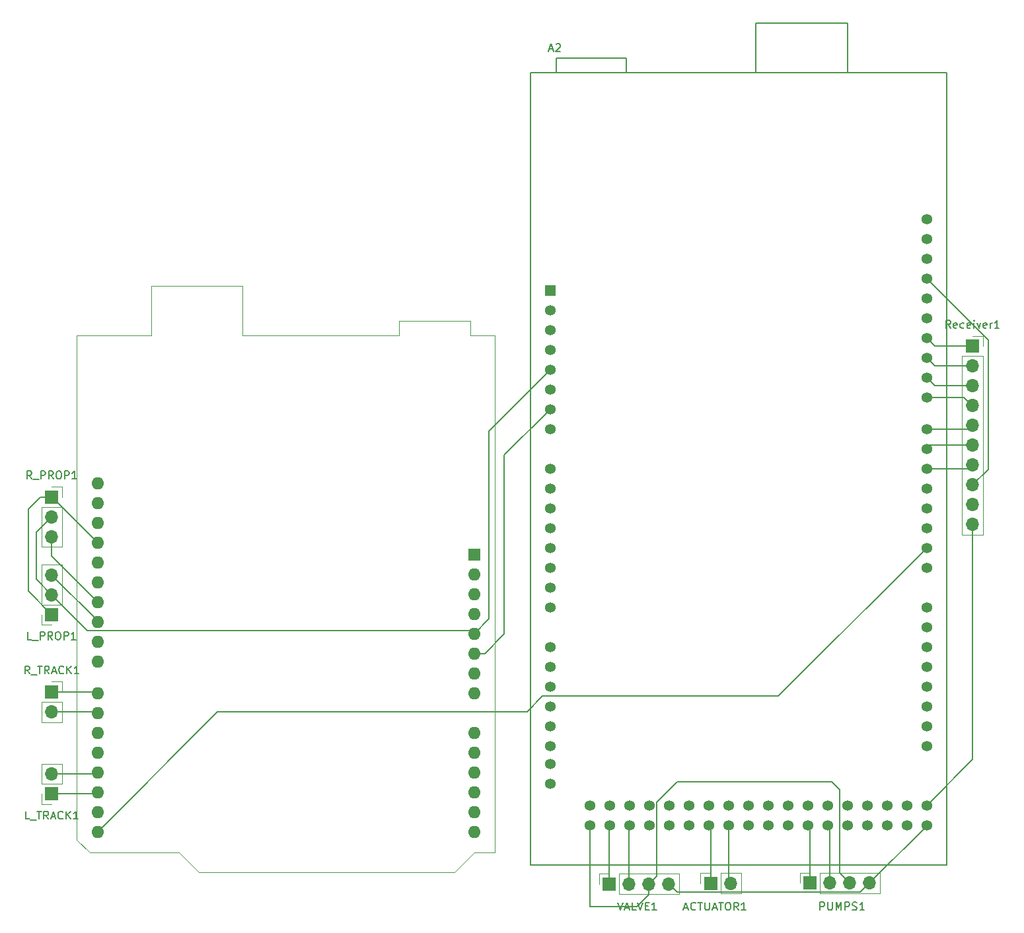
<source format=gbr>
%TF.GenerationSoftware,KiCad,Pcbnew,8.0.3*%
%TF.CreationDate,2024-07-17T21:27:29+08:00*%
%TF.ProjectId,prp_circuit_board,7072705f-6369-4726-9375-69745f626f61,rev?*%
%TF.SameCoordinates,Original*%
%TF.FileFunction,Legend,Top*%
%TF.FilePolarity,Positive*%
%FSLAX46Y46*%
G04 Gerber Fmt 4.6, Leading zero omitted, Abs format (unit mm)*
G04 Created by KiCad (PCBNEW 8.0.3) date 2024-07-17 21:27:29*
%MOMM*%
%LPD*%
G01*
G04 APERTURE LIST*
%ADD10C,0.150000*%
%ADD11C,0.120000*%
%ADD12C,0.127000*%
%TA.AperFunction,ComponentPad*%
%ADD13R,1.700000X1.700000*%
%TD*%
%TA.AperFunction,ComponentPad*%
%ADD14O,1.700000X1.700000*%
%TD*%
%TA.AperFunction,ComponentPad*%
%ADD15C,1.358000*%
%TD*%
%TA.AperFunction,ComponentPad*%
%ADD16R,1.358000X1.358000*%
%TD*%
%TA.AperFunction,ComponentPad*%
%ADD17R,1.600000X1.600000*%
%TD*%
%TA.AperFunction,ComponentPad*%
%ADD18O,1.600000X1.600000*%
%TD*%
%TA.AperFunction,Conductor*%
%ADD19C,0.200000*%
%TD*%
G04 APERTURE END LIST*
D10*
X106556190Y-145454819D02*
X106889523Y-146454819D01*
X106889523Y-146454819D02*
X107222856Y-145454819D01*
X107508571Y-146169104D02*
X107984761Y-146169104D01*
X107413333Y-146454819D02*
X107746666Y-145454819D01*
X107746666Y-145454819D02*
X108079999Y-146454819D01*
X108889523Y-146454819D02*
X108413333Y-146454819D01*
X108413333Y-146454819D02*
X108413333Y-145454819D01*
X109080000Y-145454819D02*
X109413333Y-146454819D01*
X109413333Y-146454819D02*
X109746666Y-145454819D01*
X110080000Y-145931009D02*
X110413333Y-145931009D01*
X110556190Y-146454819D02*
X110080000Y-146454819D01*
X110080000Y-146454819D02*
X110080000Y-145454819D01*
X110080000Y-145454819D02*
X110556190Y-145454819D01*
X111508571Y-146454819D02*
X110937143Y-146454819D01*
X111222857Y-146454819D02*
X111222857Y-145454819D01*
X111222857Y-145454819D02*
X111127619Y-145597676D01*
X111127619Y-145597676D02*
X111032381Y-145692914D01*
X111032381Y-145692914D02*
X110937143Y-145740533D01*
X149190475Y-71824819D02*
X148857142Y-71348628D01*
X148619047Y-71824819D02*
X148619047Y-70824819D01*
X148619047Y-70824819D02*
X148999999Y-70824819D01*
X148999999Y-70824819D02*
X149095237Y-70872438D01*
X149095237Y-70872438D02*
X149142856Y-70920057D01*
X149142856Y-70920057D02*
X149190475Y-71015295D01*
X149190475Y-71015295D02*
X149190475Y-71158152D01*
X149190475Y-71158152D02*
X149142856Y-71253390D01*
X149142856Y-71253390D02*
X149095237Y-71301009D01*
X149095237Y-71301009D02*
X148999999Y-71348628D01*
X148999999Y-71348628D02*
X148619047Y-71348628D01*
X149999999Y-71777200D02*
X149904761Y-71824819D01*
X149904761Y-71824819D02*
X149714285Y-71824819D01*
X149714285Y-71824819D02*
X149619047Y-71777200D01*
X149619047Y-71777200D02*
X149571428Y-71681961D01*
X149571428Y-71681961D02*
X149571428Y-71301009D01*
X149571428Y-71301009D02*
X149619047Y-71205771D01*
X149619047Y-71205771D02*
X149714285Y-71158152D01*
X149714285Y-71158152D02*
X149904761Y-71158152D01*
X149904761Y-71158152D02*
X149999999Y-71205771D01*
X149999999Y-71205771D02*
X150047618Y-71301009D01*
X150047618Y-71301009D02*
X150047618Y-71396247D01*
X150047618Y-71396247D02*
X149571428Y-71491485D01*
X150904761Y-71777200D02*
X150809523Y-71824819D01*
X150809523Y-71824819D02*
X150619047Y-71824819D01*
X150619047Y-71824819D02*
X150523809Y-71777200D01*
X150523809Y-71777200D02*
X150476190Y-71729580D01*
X150476190Y-71729580D02*
X150428571Y-71634342D01*
X150428571Y-71634342D02*
X150428571Y-71348628D01*
X150428571Y-71348628D02*
X150476190Y-71253390D01*
X150476190Y-71253390D02*
X150523809Y-71205771D01*
X150523809Y-71205771D02*
X150619047Y-71158152D01*
X150619047Y-71158152D02*
X150809523Y-71158152D01*
X150809523Y-71158152D02*
X150904761Y-71205771D01*
X151714285Y-71777200D02*
X151619047Y-71824819D01*
X151619047Y-71824819D02*
X151428571Y-71824819D01*
X151428571Y-71824819D02*
X151333333Y-71777200D01*
X151333333Y-71777200D02*
X151285714Y-71681961D01*
X151285714Y-71681961D02*
X151285714Y-71301009D01*
X151285714Y-71301009D02*
X151333333Y-71205771D01*
X151333333Y-71205771D02*
X151428571Y-71158152D01*
X151428571Y-71158152D02*
X151619047Y-71158152D01*
X151619047Y-71158152D02*
X151714285Y-71205771D01*
X151714285Y-71205771D02*
X151761904Y-71301009D01*
X151761904Y-71301009D02*
X151761904Y-71396247D01*
X151761904Y-71396247D02*
X151285714Y-71491485D01*
X152190476Y-71824819D02*
X152190476Y-71158152D01*
X152190476Y-70824819D02*
X152142857Y-70872438D01*
X152142857Y-70872438D02*
X152190476Y-70920057D01*
X152190476Y-70920057D02*
X152238095Y-70872438D01*
X152238095Y-70872438D02*
X152190476Y-70824819D01*
X152190476Y-70824819D02*
X152190476Y-70920057D01*
X152571428Y-71158152D02*
X152809523Y-71824819D01*
X152809523Y-71824819D02*
X153047618Y-71158152D01*
X153809523Y-71777200D02*
X153714285Y-71824819D01*
X153714285Y-71824819D02*
X153523809Y-71824819D01*
X153523809Y-71824819D02*
X153428571Y-71777200D01*
X153428571Y-71777200D02*
X153380952Y-71681961D01*
X153380952Y-71681961D02*
X153380952Y-71301009D01*
X153380952Y-71301009D02*
X153428571Y-71205771D01*
X153428571Y-71205771D02*
X153523809Y-71158152D01*
X153523809Y-71158152D02*
X153714285Y-71158152D01*
X153714285Y-71158152D02*
X153809523Y-71205771D01*
X153809523Y-71205771D02*
X153857142Y-71301009D01*
X153857142Y-71301009D02*
X153857142Y-71396247D01*
X153857142Y-71396247D02*
X153380952Y-71491485D01*
X154285714Y-71824819D02*
X154285714Y-71158152D01*
X154285714Y-71348628D02*
X154333333Y-71253390D01*
X154333333Y-71253390D02*
X154380952Y-71205771D01*
X154380952Y-71205771D02*
X154476190Y-71158152D01*
X154476190Y-71158152D02*
X154571428Y-71158152D01*
X155428571Y-71824819D02*
X154857143Y-71824819D01*
X155142857Y-71824819D02*
X155142857Y-70824819D01*
X155142857Y-70824819D02*
X155047619Y-70967676D01*
X155047619Y-70967676D02*
X154952381Y-71062914D01*
X154952381Y-71062914D02*
X154857143Y-71110533D01*
X31428571Y-111764819D02*
X30952381Y-111764819D01*
X30952381Y-111764819D02*
X30952381Y-110764819D01*
X31523810Y-111860057D02*
X32285714Y-111860057D01*
X32523810Y-111764819D02*
X32523810Y-110764819D01*
X32523810Y-110764819D02*
X32904762Y-110764819D01*
X32904762Y-110764819D02*
X33000000Y-110812438D01*
X33000000Y-110812438D02*
X33047619Y-110860057D01*
X33047619Y-110860057D02*
X33095238Y-110955295D01*
X33095238Y-110955295D02*
X33095238Y-111098152D01*
X33095238Y-111098152D02*
X33047619Y-111193390D01*
X33047619Y-111193390D02*
X33000000Y-111241009D01*
X33000000Y-111241009D02*
X32904762Y-111288628D01*
X32904762Y-111288628D02*
X32523810Y-111288628D01*
X34095238Y-111764819D02*
X33761905Y-111288628D01*
X33523810Y-111764819D02*
X33523810Y-110764819D01*
X33523810Y-110764819D02*
X33904762Y-110764819D01*
X33904762Y-110764819D02*
X34000000Y-110812438D01*
X34000000Y-110812438D02*
X34047619Y-110860057D01*
X34047619Y-110860057D02*
X34095238Y-110955295D01*
X34095238Y-110955295D02*
X34095238Y-111098152D01*
X34095238Y-111098152D02*
X34047619Y-111193390D01*
X34047619Y-111193390D02*
X34000000Y-111241009D01*
X34000000Y-111241009D02*
X33904762Y-111288628D01*
X33904762Y-111288628D02*
X33523810Y-111288628D01*
X34714286Y-110764819D02*
X34904762Y-110764819D01*
X34904762Y-110764819D02*
X35000000Y-110812438D01*
X35000000Y-110812438D02*
X35095238Y-110907676D01*
X35095238Y-110907676D02*
X35142857Y-111098152D01*
X35142857Y-111098152D02*
X35142857Y-111431485D01*
X35142857Y-111431485D02*
X35095238Y-111621961D01*
X35095238Y-111621961D02*
X35000000Y-111717200D01*
X35000000Y-111717200D02*
X34904762Y-111764819D01*
X34904762Y-111764819D02*
X34714286Y-111764819D01*
X34714286Y-111764819D02*
X34619048Y-111717200D01*
X34619048Y-111717200D02*
X34523810Y-111621961D01*
X34523810Y-111621961D02*
X34476191Y-111431485D01*
X34476191Y-111431485D02*
X34476191Y-111098152D01*
X34476191Y-111098152D02*
X34523810Y-110907676D01*
X34523810Y-110907676D02*
X34619048Y-110812438D01*
X34619048Y-110812438D02*
X34714286Y-110764819D01*
X35571429Y-111764819D02*
X35571429Y-110764819D01*
X35571429Y-110764819D02*
X35952381Y-110764819D01*
X35952381Y-110764819D02*
X36047619Y-110812438D01*
X36047619Y-110812438D02*
X36095238Y-110860057D01*
X36095238Y-110860057D02*
X36142857Y-110955295D01*
X36142857Y-110955295D02*
X36142857Y-111098152D01*
X36142857Y-111098152D02*
X36095238Y-111193390D01*
X36095238Y-111193390D02*
X36047619Y-111241009D01*
X36047619Y-111241009D02*
X35952381Y-111288628D01*
X35952381Y-111288628D02*
X35571429Y-111288628D01*
X37095238Y-111764819D02*
X36523810Y-111764819D01*
X36809524Y-111764819D02*
X36809524Y-110764819D01*
X36809524Y-110764819D02*
X36714286Y-110907676D01*
X36714286Y-110907676D02*
X36619048Y-111002914D01*
X36619048Y-111002914D02*
X36523810Y-111050533D01*
X97760714Y-36044104D02*
X98236904Y-36044104D01*
X97665476Y-36329819D02*
X97998809Y-35329819D01*
X97998809Y-35329819D02*
X98332142Y-36329819D01*
X98617857Y-35425057D02*
X98665476Y-35377438D01*
X98665476Y-35377438D02*
X98760714Y-35329819D01*
X98760714Y-35329819D02*
X98998809Y-35329819D01*
X98998809Y-35329819D02*
X99094047Y-35377438D01*
X99094047Y-35377438D02*
X99141666Y-35425057D01*
X99141666Y-35425057D02*
X99189285Y-35520295D01*
X99189285Y-35520295D02*
X99189285Y-35615533D01*
X99189285Y-35615533D02*
X99141666Y-35758390D01*
X99141666Y-35758390D02*
X98570238Y-36329819D01*
X98570238Y-36329819D02*
X99189285Y-36329819D01*
X31428571Y-91144819D02*
X31095238Y-90668628D01*
X30857143Y-91144819D02*
X30857143Y-90144819D01*
X30857143Y-90144819D02*
X31238095Y-90144819D01*
X31238095Y-90144819D02*
X31333333Y-90192438D01*
X31333333Y-90192438D02*
X31380952Y-90240057D01*
X31380952Y-90240057D02*
X31428571Y-90335295D01*
X31428571Y-90335295D02*
X31428571Y-90478152D01*
X31428571Y-90478152D02*
X31380952Y-90573390D01*
X31380952Y-90573390D02*
X31333333Y-90621009D01*
X31333333Y-90621009D02*
X31238095Y-90668628D01*
X31238095Y-90668628D02*
X30857143Y-90668628D01*
X31619048Y-91240057D02*
X32380952Y-91240057D01*
X32619048Y-91144819D02*
X32619048Y-90144819D01*
X32619048Y-90144819D02*
X33000000Y-90144819D01*
X33000000Y-90144819D02*
X33095238Y-90192438D01*
X33095238Y-90192438D02*
X33142857Y-90240057D01*
X33142857Y-90240057D02*
X33190476Y-90335295D01*
X33190476Y-90335295D02*
X33190476Y-90478152D01*
X33190476Y-90478152D02*
X33142857Y-90573390D01*
X33142857Y-90573390D02*
X33095238Y-90621009D01*
X33095238Y-90621009D02*
X33000000Y-90668628D01*
X33000000Y-90668628D02*
X32619048Y-90668628D01*
X34190476Y-91144819D02*
X33857143Y-90668628D01*
X33619048Y-91144819D02*
X33619048Y-90144819D01*
X33619048Y-90144819D02*
X34000000Y-90144819D01*
X34000000Y-90144819D02*
X34095238Y-90192438D01*
X34095238Y-90192438D02*
X34142857Y-90240057D01*
X34142857Y-90240057D02*
X34190476Y-90335295D01*
X34190476Y-90335295D02*
X34190476Y-90478152D01*
X34190476Y-90478152D02*
X34142857Y-90573390D01*
X34142857Y-90573390D02*
X34095238Y-90621009D01*
X34095238Y-90621009D02*
X34000000Y-90668628D01*
X34000000Y-90668628D02*
X33619048Y-90668628D01*
X34809524Y-90144819D02*
X35000000Y-90144819D01*
X35000000Y-90144819D02*
X35095238Y-90192438D01*
X35095238Y-90192438D02*
X35190476Y-90287676D01*
X35190476Y-90287676D02*
X35238095Y-90478152D01*
X35238095Y-90478152D02*
X35238095Y-90811485D01*
X35238095Y-90811485D02*
X35190476Y-91001961D01*
X35190476Y-91001961D02*
X35095238Y-91097200D01*
X35095238Y-91097200D02*
X35000000Y-91144819D01*
X35000000Y-91144819D02*
X34809524Y-91144819D01*
X34809524Y-91144819D02*
X34714286Y-91097200D01*
X34714286Y-91097200D02*
X34619048Y-91001961D01*
X34619048Y-91001961D02*
X34571429Y-90811485D01*
X34571429Y-90811485D02*
X34571429Y-90478152D01*
X34571429Y-90478152D02*
X34619048Y-90287676D01*
X34619048Y-90287676D02*
X34714286Y-90192438D01*
X34714286Y-90192438D02*
X34809524Y-90144819D01*
X35666667Y-91144819D02*
X35666667Y-90144819D01*
X35666667Y-90144819D02*
X36047619Y-90144819D01*
X36047619Y-90144819D02*
X36142857Y-90192438D01*
X36142857Y-90192438D02*
X36190476Y-90240057D01*
X36190476Y-90240057D02*
X36238095Y-90335295D01*
X36238095Y-90335295D02*
X36238095Y-90478152D01*
X36238095Y-90478152D02*
X36190476Y-90573390D01*
X36190476Y-90573390D02*
X36142857Y-90621009D01*
X36142857Y-90621009D02*
X36047619Y-90668628D01*
X36047619Y-90668628D02*
X35666667Y-90668628D01*
X37190476Y-91144819D02*
X36619048Y-91144819D01*
X36904762Y-91144819D02*
X36904762Y-90144819D01*
X36904762Y-90144819D02*
X36809524Y-90287676D01*
X36809524Y-90287676D02*
X36714286Y-90382914D01*
X36714286Y-90382914D02*
X36619048Y-90430533D01*
X31142856Y-134764819D02*
X30666666Y-134764819D01*
X30666666Y-134764819D02*
X30666666Y-133764819D01*
X31238095Y-134860057D02*
X31999999Y-134860057D01*
X32095238Y-133764819D02*
X32666666Y-133764819D01*
X32380952Y-134764819D02*
X32380952Y-133764819D01*
X33571428Y-134764819D02*
X33238095Y-134288628D01*
X33000000Y-134764819D02*
X33000000Y-133764819D01*
X33000000Y-133764819D02*
X33380952Y-133764819D01*
X33380952Y-133764819D02*
X33476190Y-133812438D01*
X33476190Y-133812438D02*
X33523809Y-133860057D01*
X33523809Y-133860057D02*
X33571428Y-133955295D01*
X33571428Y-133955295D02*
X33571428Y-134098152D01*
X33571428Y-134098152D02*
X33523809Y-134193390D01*
X33523809Y-134193390D02*
X33476190Y-134241009D01*
X33476190Y-134241009D02*
X33380952Y-134288628D01*
X33380952Y-134288628D02*
X33000000Y-134288628D01*
X33952381Y-134479104D02*
X34428571Y-134479104D01*
X33857143Y-134764819D02*
X34190476Y-133764819D01*
X34190476Y-133764819D02*
X34523809Y-134764819D01*
X35428571Y-134669580D02*
X35380952Y-134717200D01*
X35380952Y-134717200D02*
X35238095Y-134764819D01*
X35238095Y-134764819D02*
X35142857Y-134764819D01*
X35142857Y-134764819D02*
X35000000Y-134717200D01*
X35000000Y-134717200D02*
X34904762Y-134621961D01*
X34904762Y-134621961D02*
X34857143Y-134526723D01*
X34857143Y-134526723D02*
X34809524Y-134336247D01*
X34809524Y-134336247D02*
X34809524Y-134193390D01*
X34809524Y-134193390D02*
X34857143Y-134002914D01*
X34857143Y-134002914D02*
X34904762Y-133907676D01*
X34904762Y-133907676D02*
X35000000Y-133812438D01*
X35000000Y-133812438D02*
X35142857Y-133764819D01*
X35142857Y-133764819D02*
X35238095Y-133764819D01*
X35238095Y-133764819D02*
X35380952Y-133812438D01*
X35380952Y-133812438D02*
X35428571Y-133860057D01*
X35857143Y-134764819D02*
X35857143Y-133764819D01*
X36428571Y-134764819D02*
X36000000Y-134193390D01*
X36428571Y-133764819D02*
X35857143Y-134336247D01*
X37380952Y-134764819D02*
X36809524Y-134764819D01*
X37095238Y-134764819D02*
X37095238Y-133764819D01*
X37095238Y-133764819D02*
X37000000Y-133907676D01*
X37000000Y-133907676D02*
X36904762Y-134002914D01*
X36904762Y-134002914D02*
X36809524Y-134050533D01*
X31142856Y-116144819D02*
X30809523Y-115668628D01*
X30571428Y-116144819D02*
X30571428Y-115144819D01*
X30571428Y-115144819D02*
X30952380Y-115144819D01*
X30952380Y-115144819D02*
X31047618Y-115192438D01*
X31047618Y-115192438D02*
X31095237Y-115240057D01*
X31095237Y-115240057D02*
X31142856Y-115335295D01*
X31142856Y-115335295D02*
X31142856Y-115478152D01*
X31142856Y-115478152D02*
X31095237Y-115573390D01*
X31095237Y-115573390D02*
X31047618Y-115621009D01*
X31047618Y-115621009D02*
X30952380Y-115668628D01*
X30952380Y-115668628D02*
X30571428Y-115668628D01*
X31333333Y-116240057D02*
X32095237Y-116240057D01*
X32190476Y-115144819D02*
X32761904Y-115144819D01*
X32476190Y-116144819D02*
X32476190Y-115144819D01*
X33666666Y-116144819D02*
X33333333Y-115668628D01*
X33095238Y-116144819D02*
X33095238Y-115144819D01*
X33095238Y-115144819D02*
X33476190Y-115144819D01*
X33476190Y-115144819D02*
X33571428Y-115192438D01*
X33571428Y-115192438D02*
X33619047Y-115240057D01*
X33619047Y-115240057D02*
X33666666Y-115335295D01*
X33666666Y-115335295D02*
X33666666Y-115478152D01*
X33666666Y-115478152D02*
X33619047Y-115573390D01*
X33619047Y-115573390D02*
X33571428Y-115621009D01*
X33571428Y-115621009D02*
X33476190Y-115668628D01*
X33476190Y-115668628D02*
X33095238Y-115668628D01*
X34047619Y-115859104D02*
X34523809Y-115859104D01*
X33952381Y-116144819D02*
X34285714Y-115144819D01*
X34285714Y-115144819D02*
X34619047Y-116144819D01*
X35523809Y-116049580D02*
X35476190Y-116097200D01*
X35476190Y-116097200D02*
X35333333Y-116144819D01*
X35333333Y-116144819D02*
X35238095Y-116144819D01*
X35238095Y-116144819D02*
X35095238Y-116097200D01*
X35095238Y-116097200D02*
X35000000Y-116001961D01*
X35000000Y-116001961D02*
X34952381Y-115906723D01*
X34952381Y-115906723D02*
X34904762Y-115716247D01*
X34904762Y-115716247D02*
X34904762Y-115573390D01*
X34904762Y-115573390D02*
X34952381Y-115382914D01*
X34952381Y-115382914D02*
X35000000Y-115287676D01*
X35000000Y-115287676D02*
X35095238Y-115192438D01*
X35095238Y-115192438D02*
X35238095Y-115144819D01*
X35238095Y-115144819D02*
X35333333Y-115144819D01*
X35333333Y-115144819D02*
X35476190Y-115192438D01*
X35476190Y-115192438D02*
X35523809Y-115240057D01*
X35952381Y-116144819D02*
X35952381Y-115144819D01*
X36523809Y-116144819D02*
X36095238Y-115573390D01*
X36523809Y-115144819D02*
X35952381Y-115716247D01*
X37476190Y-116144819D02*
X36904762Y-116144819D01*
X37190476Y-116144819D02*
X37190476Y-115144819D01*
X37190476Y-115144819D02*
X37095238Y-115287676D01*
X37095238Y-115287676D02*
X37000000Y-115382914D01*
X37000000Y-115382914D02*
X36904762Y-115430533D01*
X132470476Y-146429819D02*
X132470476Y-145429819D01*
X132470476Y-145429819D02*
X132851428Y-145429819D01*
X132851428Y-145429819D02*
X132946666Y-145477438D01*
X132946666Y-145477438D02*
X132994285Y-145525057D01*
X132994285Y-145525057D02*
X133041904Y-145620295D01*
X133041904Y-145620295D02*
X133041904Y-145763152D01*
X133041904Y-145763152D02*
X132994285Y-145858390D01*
X132994285Y-145858390D02*
X132946666Y-145906009D01*
X132946666Y-145906009D02*
X132851428Y-145953628D01*
X132851428Y-145953628D02*
X132470476Y-145953628D01*
X133470476Y-145429819D02*
X133470476Y-146239342D01*
X133470476Y-146239342D02*
X133518095Y-146334580D01*
X133518095Y-146334580D02*
X133565714Y-146382200D01*
X133565714Y-146382200D02*
X133660952Y-146429819D01*
X133660952Y-146429819D02*
X133851428Y-146429819D01*
X133851428Y-146429819D02*
X133946666Y-146382200D01*
X133946666Y-146382200D02*
X133994285Y-146334580D01*
X133994285Y-146334580D02*
X134041904Y-146239342D01*
X134041904Y-146239342D02*
X134041904Y-145429819D01*
X134518095Y-146429819D02*
X134518095Y-145429819D01*
X134518095Y-145429819D02*
X134851428Y-146144104D01*
X134851428Y-146144104D02*
X135184761Y-145429819D01*
X135184761Y-145429819D02*
X135184761Y-146429819D01*
X135660952Y-146429819D02*
X135660952Y-145429819D01*
X135660952Y-145429819D02*
X136041904Y-145429819D01*
X136041904Y-145429819D02*
X136137142Y-145477438D01*
X136137142Y-145477438D02*
X136184761Y-145525057D01*
X136184761Y-145525057D02*
X136232380Y-145620295D01*
X136232380Y-145620295D02*
X136232380Y-145763152D01*
X136232380Y-145763152D02*
X136184761Y-145858390D01*
X136184761Y-145858390D02*
X136137142Y-145906009D01*
X136137142Y-145906009D02*
X136041904Y-145953628D01*
X136041904Y-145953628D02*
X135660952Y-145953628D01*
X136613333Y-146382200D02*
X136756190Y-146429819D01*
X136756190Y-146429819D02*
X136994285Y-146429819D01*
X136994285Y-146429819D02*
X137089523Y-146382200D01*
X137089523Y-146382200D02*
X137137142Y-146334580D01*
X137137142Y-146334580D02*
X137184761Y-146239342D01*
X137184761Y-146239342D02*
X137184761Y-146144104D01*
X137184761Y-146144104D02*
X137137142Y-146048866D01*
X137137142Y-146048866D02*
X137089523Y-146001247D01*
X137089523Y-146001247D02*
X136994285Y-145953628D01*
X136994285Y-145953628D02*
X136803809Y-145906009D01*
X136803809Y-145906009D02*
X136708571Y-145858390D01*
X136708571Y-145858390D02*
X136660952Y-145810771D01*
X136660952Y-145810771D02*
X136613333Y-145715533D01*
X136613333Y-145715533D02*
X136613333Y-145620295D01*
X136613333Y-145620295D02*
X136660952Y-145525057D01*
X136660952Y-145525057D02*
X136708571Y-145477438D01*
X136708571Y-145477438D02*
X136803809Y-145429819D01*
X136803809Y-145429819D02*
X137041904Y-145429819D01*
X137041904Y-145429819D02*
X137184761Y-145477438D01*
X138137142Y-146429819D02*
X137565714Y-146429819D01*
X137851428Y-146429819D02*
X137851428Y-145429819D01*
X137851428Y-145429819D02*
X137756190Y-145572676D01*
X137756190Y-145572676D02*
X137660952Y-145667914D01*
X137660952Y-145667914D02*
X137565714Y-145715533D01*
X115047619Y-146169104D02*
X115523809Y-146169104D01*
X114952381Y-146454819D02*
X115285714Y-145454819D01*
X115285714Y-145454819D02*
X115619047Y-146454819D01*
X116523809Y-146359580D02*
X116476190Y-146407200D01*
X116476190Y-146407200D02*
X116333333Y-146454819D01*
X116333333Y-146454819D02*
X116238095Y-146454819D01*
X116238095Y-146454819D02*
X116095238Y-146407200D01*
X116095238Y-146407200D02*
X116000000Y-146311961D01*
X116000000Y-146311961D02*
X115952381Y-146216723D01*
X115952381Y-146216723D02*
X115904762Y-146026247D01*
X115904762Y-146026247D02*
X115904762Y-145883390D01*
X115904762Y-145883390D02*
X115952381Y-145692914D01*
X115952381Y-145692914D02*
X116000000Y-145597676D01*
X116000000Y-145597676D02*
X116095238Y-145502438D01*
X116095238Y-145502438D02*
X116238095Y-145454819D01*
X116238095Y-145454819D02*
X116333333Y-145454819D01*
X116333333Y-145454819D02*
X116476190Y-145502438D01*
X116476190Y-145502438D02*
X116523809Y-145550057D01*
X116809524Y-145454819D02*
X117380952Y-145454819D01*
X117095238Y-146454819D02*
X117095238Y-145454819D01*
X117714286Y-145454819D02*
X117714286Y-146264342D01*
X117714286Y-146264342D02*
X117761905Y-146359580D01*
X117761905Y-146359580D02*
X117809524Y-146407200D01*
X117809524Y-146407200D02*
X117904762Y-146454819D01*
X117904762Y-146454819D02*
X118095238Y-146454819D01*
X118095238Y-146454819D02*
X118190476Y-146407200D01*
X118190476Y-146407200D02*
X118238095Y-146359580D01*
X118238095Y-146359580D02*
X118285714Y-146264342D01*
X118285714Y-146264342D02*
X118285714Y-145454819D01*
X118714286Y-146169104D02*
X119190476Y-146169104D01*
X118619048Y-146454819D02*
X118952381Y-145454819D01*
X118952381Y-145454819D02*
X119285714Y-146454819D01*
X119476191Y-145454819D02*
X120047619Y-145454819D01*
X119761905Y-146454819D02*
X119761905Y-145454819D01*
X120571429Y-145454819D02*
X120761905Y-145454819D01*
X120761905Y-145454819D02*
X120857143Y-145502438D01*
X120857143Y-145502438D02*
X120952381Y-145597676D01*
X120952381Y-145597676D02*
X121000000Y-145788152D01*
X121000000Y-145788152D02*
X121000000Y-146121485D01*
X121000000Y-146121485D02*
X120952381Y-146311961D01*
X120952381Y-146311961D02*
X120857143Y-146407200D01*
X120857143Y-146407200D02*
X120761905Y-146454819D01*
X120761905Y-146454819D02*
X120571429Y-146454819D01*
X120571429Y-146454819D02*
X120476191Y-146407200D01*
X120476191Y-146407200D02*
X120380953Y-146311961D01*
X120380953Y-146311961D02*
X120333334Y-146121485D01*
X120333334Y-146121485D02*
X120333334Y-145788152D01*
X120333334Y-145788152D02*
X120380953Y-145597676D01*
X120380953Y-145597676D02*
X120476191Y-145502438D01*
X120476191Y-145502438D02*
X120571429Y-145454819D01*
X122000000Y-146454819D02*
X121666667Y-145978628D01*
X121428572Y-146454819D02*
X121428572Y-145454819D01*
X121428572Y-145454819D02*
X121809524Y-145454819D01*
X121809524Y-145454819D02*
X121904762Y-145502438D01*
X121904762Y-145502438D02*
X121952381Y-145550057D01*
X121952381Y-145550057D02*
X122000000Y-145645295D01*
X122000000Y-145645295D02*
X122000000Y-145788152D01*
X122000000Y-145788152D02*
X121952381Y-145883390D01*
X121952381Y-145883390D02*
X121904762Y-145931009D01*
X121904762Y-145931009D02*
X121809524Y-145978628D01*
X121809524Y-145978628D02*
X121428572Y-145978628D01*
X122952381Y-146454819D02*
X122380953Y-146454819D01*
X122666667Y-146454819D02*
X122666667Y-145454819D01*
X122666667Y-145454819D02*
X122571429Y-145597676D01*
X122571429Y-145597676D02*
X122476191Y-145692914D01*
X122476191Y-145692914D02*
X122380953Y-145740533D01*
D11*
%TO.C,VALVE1*%
X106730000Y-144412826D02*
X114410000Y-144412826D01*
X106730000Y-144412826D02*
X106730000Y-141752826D01*
X114410000Y-144412826D02*
X114410000Y-141752826D01*
X104130000Y-143082826D02*
X104130000Y-141752826D01*
X104130000Y-141752826D02*
X105460000Y-141752826D01*
X106730000Y-141752826D02*
X114410000Y-141752826D01*
%TO.C,Receiver1*%
X150670000Y-75410000D02*
X150670000Y-98330000D01*
X150670000Y-75410000D02*
X153330000Y-75410000D01*
X150670000Y-98330000D02*
X153330000Y-98330000D01*
X152000000Y-72810000D02*
X153330000Y-72810000D01*
X153330000Y-72810000D02*
X153330000Y-74140000D01*
X153330000Y-75410000D02*
X153330000Y-98330000D01*
%TO.C,L_PROP1*%
X32670000Y-107270000D02*
X32670000Y-102130000D01*
X32670000Y-109870000D02*
X32670000Y-108540000D01*
X34000000Y-109870000D02*
X32670000Y-109870000D01*
X35330000Y-102130000D02*
X32670000Y-102130000D01*
X35330000Y-107270000D02*
X32670000Y-107270000D01*
X35330000Y-107270000D02*
X35330000Y-102130000D01*
D12*
%TO.C,A2*%
X148670000Y-140620000D02*
X95330000Y-140620000D01*
X148670000Y-39020000D02*
X148670000Y-140620000D01*
X136020000Y-39020000D02*
X148670000Y-39020000D01*
X136020000Y-39020000D02*
X136020000Y-32670000D01*
X136020000Y-32670000D02*
X124220000Y-32670000D01*
X124220000Y-39020000D02*
X136020000Y-39020000D01*
X124220000Y-32670000D02*
X124220000Y-39020000D01*
X107622000Y-39020000D02*
X124220000Y-39020000D01*
X107622000Y-37210000D02*
X107622000Y-39020000D01*
X98630000Y-39020000D02*
X107622000Y-39020000D01*
X98630000Y-39020000D02*
X98630000Y-37210000D01*
X98630000Y-37210000D02*
X107622000Y-37210000D01*
X95330000Y-140620000D02*
X95330000Y-39020000D01*
X95330000Y-39020000D02*
X98630000Y-39020000D01*
D11*
%TO.C,R_PROP1*%
X32670000Y-94730000D02*
X32670000Y-99870000D01*
X32670000Y-94730000D02*
X35330000Y-94730000D01*
X32670000Y-99870000D02*
X35330000Y-99870000D01*
X34000000Y-92130000D02*
X35330000Y-92130000D01*
X35330000Y-92130000D02*
X35330000Y-93460000D01*
X35330000Y-94730000D02*
X35330000Y-99870000D01*
%TO.C,L_TRACK1*%
X32670000Y-130270000D02*
X32670000Y-127670000D01*
X32670000Y-132870000D02*
X32670000Y-131540000D01*
X34000000Y-132870000D02*
X32670000Y-132870000D01*
X35330000Y-127670000D02*
X32670000Y-127670000D01*
X35330000Y-130270000D02*
X32670000Y-130270000D01*
X35330000Y-130270000D02*
X35330000Y-127670000D01*
%TO.C,A1*%
X37200000Y-72755000D02*
X37200000Y-137405000D01*
X37200000Y-137405000D02*
X38850000Y-139055000D01*
X38850000Y-139055000D02*
X50280000Y-139055000D01*
X46730000Y-66405000D02*
X46730000Y-72755000D01*
X46730000Y-72755000D02*
X37200000Y-72755000D01*
X50280000Y-139055000D02*
X52820000Y-141595000D01*
X52820000Y-141595000D02*
X85590000Y-141595000D01*
X58410000Y-66405000D02*
X46730000Y-66405000D01*
X58410000Y-72755000D02*
X58410000Y-66405000D01*
X78480000Y-70855000D02*
X78480000Y-72755000D01*
X78480000Y-72755000D02*
X58410000Y-72755000D01*
X85590000Y-141595000D02*
X88130000Y-139055000D01*
X87620000Y-70855000D02*
X78480000Y-70855000D01*
X87620000Y-72755000D02*
X87620000Y-70855000D01*
X88130000Y-139055000D02*
X90800000Y-139055000D01*
X90800000Y-72755000D02*
X87620000Y-72755000D01*
X90800000Y-139055000D02*
X90800000Y-72755000D01*
%TO.C,R_TRACK1*%
X32670000Y-119730000D02*
X32670000Y-122330000D01*
X32670000Y-119730000D02*
X35330000Y-119730000D01*
X32670000Y-122330000D02*
X35330000Y-122330000D01*
X34000000Y-117130000D02*
X35330000Y-117130000D01*
X35330000Y-117130000D02*
X35330000Y-118460000D01*
X35330000Y-119730000D02*
X35330000Y-122330000D01*
%TO.C,PUMPS1*%
X129870000Y-141645000D02*
X131200000Y-141645000D01*
X129870000Y-142975000D02*
X129870000Y-141645000D01*
X132470000Y-141645000D02*
X140150000Y-141645000D01*
X132470000Y-144305000D02*
X132470000Y-141645000D01*
X132470000Y-144305000D02*
X140150000Y-144305000D01*
X140150000Y-144305000D02*
X140150000Y-141645000D01*
%TO.C,ACTUATOR1*%
X117130000Y-141670000D02*
X118460000Y-141670000D01*
X117130000Y-143000000D02*
X117130000Y-141670000D01*
X119730000Y-141670000D02*
X122330000Y-141670000D01*
X119730000Y-144330000D02*
X119730000Y-141670000D01*
X119730000Y-144330000D02*
X122330000Y-144330000D01*
X122330000Y-144330000D02*
X122330000Y-141670000D01*
%TD*%
D13*
%TO.P,VALVE1,1,Pin_1*%
%TO.N,Net-(VALVE1-Pin_1)*%
X105460000Y-143082826D03*
D14*
%TO.P,VALVE1,2,Pin_2*%
%TO.N,Net-(VALVE1-Pin_2)*%
X108000000Y-143082826D03*
%TO.P,VALVE1,3,Pin_3*%
%TO.N,GND*%
X110540000Y-143082826D03*
%TO.P,VALVE1,4,Pin_4*%
%TO.N,+5V*%
X113080000Y-143082826D03*
%TD*%
D13*
%TO.P,Receiver1,1,Pin_1*%
%TO.N,JOYSTICK_RIGHT_X*%
X152000000Y-74140000D03*
D14*
%TO.P,Receiver1,2,Pin_2*%
%TO.N,JOYSTICK_RIGHT_Y*%
X152000000Y-76680000D03*
%TO.P,Receiver1,3,Pin_3*%
%TO.N,JOYSTICK_LEFT_Y*%
X152000000Y-79220000D03*
%TO.P,Receiver1,4,Pin_4*%
%TO.N,JOYSTICK_LEFT_X*%
X152000000Y-81760000D03*
%TO.P,Receiver1,5,Pin_5*%
%TO.N,CH6_SIGNAL*%
X152000000Y-84300000D03*
%TO.P,Receiver1,6,Pin_6*%
%TO.N,PUMP_SIGNAL*%
X152000000Y-86840000D03*
%TO.P,Receiver1,7,Pin_7*%
%TO.N,ACTUATOR_SIGNAL*%
X152000000Y-89380000D03*
%TO.P,Receiver1,8,Pin_8*%
%TO.N,GND*%
X152000000Y-91920000D03*
%TO.P,Receiver1,9,Pin_9*%
%TO.N,unconnected-(Receiver1-Pin_9-Pad9)*%
X152000000Y-94460000D03*
%TO.P,Receiver1,10,Pin_10*%
%TO.N,+5V*%
X152000000Y-97000000D03*
%TD*%
D13*
%TO.P,L_PROP1,1,Pin_1*%
%TO.N,GND*%
X34000000Y-108540000D03*
D14*
%TO.P,L_PROP1,2,Pin_2*%
%TO.N,+5V*%
X34000000Y-106000000D03*
%TO.P,L_PROP1,3,Pin_3*%
%TO.N,Net-(A1-D10)*%
X34000000Y-103460000D03*
%TD*%
D15*
%TO.P,A2,VIN,VIN*%
%TO.N,unconnected-(A2-PadVIN)*%
X97870000Y-84740000D03*
%TO.P,A2,SDA,SDA*%
%TO.N,unconnected-(A2-PadSDA)*%
X146130000Y-60356000D03*
%TO.P,A2,SCL,SCL*%
%TO.N,unconnected-(A2-PadSCL)*%
X146130000Y-57816000D03*
%TO.P,A2,RESET,RESET*%
%TO.N,unconnected-(A2-PadRESET)*%
X97870000Y-72040000D03*
D16*
%TO.P,A2,NC,NC*%
%TO.N,unconnected-(A2-PadNC)*%
X97870000Y-66960000D03*
D15*
%TO.P,A2,IOREF,IOREF*%
%TO.N,unconnected-(A2-PadIOREF)*%
X97870000Y-69500000D03*
%TO.P,A2,GND5,GND5*%
%TO.N,GND*%
X102950000Y-135540000D03*
%TO.P,A2,GND4,GND4*%
X102950000Y-133000000D03*
%TO.P,A2,GND3,GND3*%
X146130000Y-65436000D03*
%TO.P,A2,GND2,GND2*%
X97870000Y-82200000D03*
%TO.P,A2,GND1,GND1*%
X97870000Y-79660000D03*
%TO.P,A2,AREF,AREF*%
%TO.N,unconnected-(A2-PadAREF)*%
X146130000Y-62896000D03*
%TO.P,A2,AD15,AD15*%
%TO.N,unconnected-(A2-PadAD15)*%
X97870000Y-130206000D03*
%TO.P,A2,AD14,AD14*%
%TO.N,unconnected-(A2-PadAD14)*%
X97870000Y-127666000D03*
%TO.P,A2,AD13,AD13*%
%TO.N,unconnected-(A2-PadAD13)*%
X97870000Y-125380000D03*
%TO.P,A2,AD12,AD12*%
%TO.N,unconnected-(A2-PadAD12)*%
X97870000Y-122840000D03*
%TO.P,A2,AD11,AD11*%
%TO.N,unconnected-(A2-PadAD11)*%
X97870000Y-120300000D03*
%TO.P,A2,AD10,AD10*%
%TO.N,unconnected-(A2-PadAD10)*%
X97870000Y-117760000D03*
%TO.P,A2,AD9,AD9*%
%TO.N,unconnected-(A2-PadAD9)*%
X97870000Y-115220000D03*
%TO.P,A2,AD8,AD8*%
%TO.N,unconnected-(A2-PadAD8)*%
X97870000Y-112680000D03*
%TO.P,A2,AD7,AD7*%
%TO.N,unconnected-(A2-PadAD7)*%
X97870000Y-107600000D03*
%TO.P,A2,AD6,AD6*%
%TO.N,unconnected-(A2-PadAD6)*%
X97870000Y-105060000D03*
%TO.P,A2,AD5,AD5*%
%TO.N,unconnected-(A2-PadAD5)*%
X97870000Y-102520000D03*
%TO.P,A2,AD4,AD4*%
%TO.N,unconnected-(A2-PadAD4)*%
X97870000Y-99980000D03*
%TO.P,A2,AD3,AD3*%
%TO.N,unconnected-(A2-PadAD3)*%
X97870000Y-97440000D03*
%TO.P,A2,AD2,AD2*%
%TO.N,unconnected-(A2-PadAD2)*%
X97870000Y-94900000D03*
%TO.P,A2,AD1,AD1*%
%TO.N,unconnected-(A2-PadAD1)*%
X97870000Y-92360000D03*
%TO.P,A2,AD0,AD0*%
%TO.N,unconnected-(A2-PadAD0)*%
X97870000Y-89820000D03*
%TO.P,A2,53,53*%
%TO.N,Net-(VALVE1-Pin_1)*%
X105490000Y-135540000D03*
%TO.P,A2,52,52*%
%TO.N,unconnected-(A2-Pad52)*%
X105490000Y-133000000D03*
%TO.P,A2,51,51*%
%TO.N,Net-(VALVE1-Pin_2)*%
X108030000Y-135540000D03*
%TO.P,A2,50,50*%
%TO.N,unconnected-(A2-Pad50)*%
X108030000Y-133000000D03*
%TO.P,A2,49,49*%
%TO.N,unconnected-(A2-Pad49)*%
X110570000Y-135540000D03*
%TO.P,A2,48,48*%
%TO.N,unconnected-(A2-Pad48)*%
X110570000Y-133000000D03*
%TO.P,A2,47,47*%
%TO.N,unconnected-(A2-Pad47)*%
X113110000Y-135540000D03*
%TO.P,A2,46,46*%
%TO.N,unconnected-(A2-Pad46)*%
X113110000Y-133000000D03*
%TO.P,A2,45,45*%
%TO.N,unconnected-(A2-Pad45)*%
X115650000Y-135540000D03*
%TO.P,A2,44,44*%
%TO.N,unconnected-(A2-Pad44)*%
X115650000Y-133000000D03*
%TO.P,A2,43,43*%
%TO.N,Net-(ACTUATOR1-Pin_1)*%
X118190000Y-135540000D03*
%TO.P,A2,42,42*%
%TO.N,unconnected-(A2-Pad42)*%
X118190000Y-133000000D03*
%TO.P,A2,41,41*%
%TO.N,Net-(ACTUATOR1-Pin_2)*%
X120730000Y-135540000D03*
%TO.P,A2,40,40*%
%TO.N,unconnected-(A2-Pad40)*%
X120730000Y-133000000D03*
%TO.P,A2,39,39*%
%TO.N,unconnected-(A2-Pad39)*%
X123270000Y-135540000D03*
%TO.P,A2,38,38*%
%TO.N,unconnected-(A2-Pad38)*%
X123270000Y-133000000D03*
%TO.P,A2,37,37*%
%TO.N,unconnected-(A2-Pad37)*%
X125810000Y-135540000D03*
%TO.P,A2,36,36*%
%TO.N,unconnected-(A2-Pad36)*%
X125810000Y-133000000D03*
%TO.P,A2,35,35*%
%TO.N,unconnected-(A2-Pad35)*%
X128350000Y-135540000D03*
%TO.P,A2,34,34*%
%TO.N,unconnected-(A2-Pad34)*%
X128350000Y-133000000D03*
%TO.P,A2,33,33*%
%TO.N,Net-(PUMPS1-Pin_1)*%
X130890000Y-135540000D03*
%TO.P,A2,32,32*%
%TO.N,unconnected-(A2-Pad32)*%
X130890000Y-133000000D03*
%TO.P,A2,31,31*%
%TO.N,Net-(PUMPS1-Pin_2)*%
X133430000Y-135540000D03*
%TO.P,A2,30,30*%
%TO.N,unconnected-(A2-Pad30)*%
X133430000Y-133000000D03*
%TO.P,A2,29,29*%
%TO.N,unconnected-(A2-Pad29)*%
X135970000Y-135540000D03*
%TO.P,A2,28,28*%
%TO.N,unconnected-(A2-Pad28)*%
X135970000Y-133000000D03*
%TO.P,A2,27,27*%
%TO.N,unconnected-(A2-Pad27)*%
X138510000Y-135540000D03*
%TO.P,A2,26,26*%
%TO.N,unconnected-(A2-Pad26)*%
X138510000Y-133000000D03*
%TO.P,A2,25,25*%
%TO.N,unconnected-(A2-Pad25)*%
X141050000Y-135540000D03*
%TO.P,A2,24,24*%
%TO.N,unconnected-(A2-Pad24)*%
X141050000Y-133000000D03*
%TO.P,A2,23,23*%
%TO.N,unconnected-(A2-Pad23)*%
X143590000Y-135540000D03*
%TO.P,A2,22,22*%
%TO.N,unconnected-(A2-Pad22)*%
X143590000Y-133000000D03*
%TO.P,A2,21,21*%
%TO.N,unconnected-(A2-Pad21)*%
X146130000Y-125380000D03*
%TO.P,A2,20,20*%
%TO.N,unconnected-(A2-Pad20)*%
X146130000Y-122840000D03*
%TO.P,A2,19,19*%
%TO.N,unconnected-(A2-Pad19)*%
X146130000Y-120300000D03*
%TO.P,A2,18,18*%
%TO.N,unconnected-(A2-Pad18)*%
X146130000Y-117760000D03*
%TO.P,A2,17,17*%
%TO.N,unconnected-(A2-Pad17)*%
X146130000Y-115220000D03*
%TO.P,A2,16,16*%
%TO.N,unconnected-(A2-Pad16)*%
X146130000Y-112680000D03*
%TO.P,A2,15,15*%
%TO.N,unconnected-(A2-Pad15)*%
X146130000Y-110140000D03*
%TO.P,A2,14,14*%
%TO.N,unconnected-(A2-Pad14)*%
X146130000Y-107600000D03*
%TO.P,A2,13,13*%
%TO.N,unconnected-(A2-Pad13)*%
X146130000Y-67976000D03*
%TO.P,A2,12,12*%
%TO.N,unconnected-(A2-Pad12)*%
X146130000Y-70516000D03*
%TO.P,A2,11,11*%
%TO.N,JOYSTICK_RIGHT_X*%
X146130000Y-73056000D03*
%TO.P,A2,10,10*%
%TO.N,JOYSTICK_RIGHT_Y*%
X146130000Y-75596000D03*
%TO.P,A2,9,9*%
%TO.N,JOYSTICK_LEFT_Y*%
X146130000Y-78136000D03*
%TO.P,A2,8,8*%
%TO.N,JOYSTICK_LEFT_X*%
X146130000Y-80676000D03*
%TO.P,A2,7,7*%
%TO.N,CH6_SIGNAL*%
X146130000Y-84740000D03*
%TO.P,A2,6,6*%
%TO.N,PUMP_SIGNAL*%
X146130000Y-87280000D03*
%TO.P,A2,5V_3,+5V_3*%
%TO.N,+5V*%
X146130000Y-135540000D03*
%TO.P,A2,5V_2,+5V_2*%
X146130000Y-133000000D03*
%TO.P,A2,5V_1,+5V_1*%
X97870000Y-77120000D03*
%TO.P,A2,5,5*%
%TO.N,ACTUATOR_SIGNAL*%
X146130000Y-89820000D03*
%TO.P,A2,4,4*%
%TO.N,unconnected-(A2-Pad4)*%
X146130000Y-92360000D03*
%TO.P,A2,3V3,+3V3*%
%TO.N,unconnected-(A2-+3V3-Pad3V3)*%
X97870000Y-74580000D03*
%TO.P,A2,3,3*%
%TO.N,unconnected-(A2-Pad3)*%
X146130000Y-94900000D03*
%TO.P,A2,2,2*%
%TO.N,unconnected-(A2-Pad2)*%
X146130000Y-97440000D03*
%TO.P,A2,1,1/TX*%
%TO.N,Net-(A1-D0{slash}RX)*%
X146130000Y-99980000D03*
%TO.P,A2,0,0/RX*%
%TO.N,unconnected-(A2-0{slash}RX-Pad0)*%
X146130000Y-102520000D03*
%TD*%
D13*
%TO.P,R_PROP1,1,Pin_1*%
%TO.N,GND*%
X34000000Y-93460000D03*
D14*
%TO.P,R_PROP1,2,Pin_2*%
%TO.N,+5V*%
X34000000Y-96000000D03*
%TO.P,R_PROP1,3,Pin_3*%
%TO.N,Net-(A1-D11)*%
X34000000Y-98540000D03*
%TD*%
D13*
%TO.P,L_TRACK1,1,Pin_1*%
%TO.N,Net-(A1-D2)*%
X34000000Y-131540000D03*
D14*
%TO.P,L_TRACK1,2,Pin_2*%
%TO.N,Net-(A1-D3)*%
X34000000Y-129000000D03*
%TD*%
D17*
%TO.P,A1,1,NC*%
%TO.N,unconnected-(A1-NC-Pad1)*%
X88130000Y-100825000D03*
D18*
%TO.P,A1,2,IOREF*%
%TO.N,unconnected-(A1-IOREF-Pad2)*%
X88130000Y-103365000D03*
%TO.P,A1,3,~{RESET}*%
%TO.N,unconnected-(A1-~{RESET}-Pad3)*%
X88130000Y-105905000D03*
%TO.P,A1,4,3V3*%
%TO.N,unconnected-(A1-3V3-Pad4)*%
X88130000Y-108445000D03*
%TO.P,A1,5,+5V*%
%TO.N,+5V*%
X88130000Y-110985000D03*
%TO.P,A1,6,GND*%
%TO.N,GND*%
X88130000Y-113525000D03*
%TO.P,A1,7,GND*%
%TO.N,unconnected-(A1-GND-Pad7)*%
X88130000Y-116065000D03*
%TO.P,A1,8,VIN*%
%TO.N,unconnected-(A1-VIN-Pad8)*%
X88130000Y-118605000D03*
%TO.P,A1,9,A0*%
%TO.N,unconnected-(A1-A0-Pad9)*%
X88130000Y-123685000D03*
%TO.P,A1,10,A1*%
%TO.N,unconnected-(A1-A1-Pad10)*%
X88130000Y-126225000D03*
%TO.P,A1,11,A2*%
%TO.N,unconnected-(A1-A2-Pad11)*%
X88130000Y-128765000D03*
%TO.P,A1,12,A3*%
%TO.N,unconnected-(A1-A3-Pad12)*%
X88130000Y-131305000D03*
%TO.P,A1,13,SDA/A4*%
%TO.N,unconnected-(A1-SDA{slash}A4-Pad13)*%
X88130000Y-133845000D03*
%TO.P,A1,14,SCL/A5*%
%TO.N,unconnected-(A1-SCL{slash}A5-Pad14)*%
X88130000Y-136385000D03*
%TO.P,A1,15,D0/RX*%
%TO.N,Net-(A1-D0{slash}RX)*%
X39870000Y-136385000D03*
%TO.P,A1,16,D1/TX*%
%TO.N,unconnected-(A1-D1{slash}TX-Pad16)*%
X39870000Y-133845000D03*
%TO.P,A1,17,D2*%
%TO.N,Net-(A1-D2)*%
X39870000Y-131305000D03*
%TO.P,A1,18,D3*%
%TO.N,Net-(A1-D3)*%
X39870000Y-128765000D03*
%TO.P,A1,19,D4*%
%TO.N,unconnected-(A1-D4-Pad19)*%
X39870000Y-126225000D03*
%TO.P,A1,20,D5*%
%TO.N,unconnected-(A1-D5-Pad20)*%
X39870000Y-123685000D03*
%TO.P,A1,21,D6*%
%TO.N,Net-(A1-D6)*%
X39870000Y-121145000D03*
%TO.P,A1,22,D7*%
%TO.N,Net-(A1-D7)*%
X39870000Y-118605000D03*
%TO.P,A1,23,D8*%
%TO.N,unconnected-(A1-D8-Pad23)*%
X39870000Y-114545000D03*
%TO.P,A1,24,D9*%
%TO.N,unconnected-(A1-D9-Pad24)*%
X39870000Y-112005000D03*
%TO.P,A1,25,D10*%
%TO.N,Net-(A1-D10)*%
X39870000Y-109465000D03*
%TO.P,A1,26,D11*%
%TO.N,Net-(A1-D11)*%
X39870000Y-106925000D03*
%TO.P,A1,27,D12*%
%TO.N,unconnected-(A1-D12-Pad27)*%
X39870000Y-104385000D03*
%TO.P,A1,28,D13*%
%TO.N,unconnected-(A1-D13-Pad28)*%
X39870000Y-101845000D03*
%TO.P,A1,29,GND*%
%TO.N,GND*%
X39870000Y-99305000D03*
%TO.P,A1,30,AREF*%
%TO.N,unconnected-(A1-AREF-Pad30)*%
X39870000Y-96765000D03*
%TO.P,A1,31,SDA/A4*%
%TO.N,unconnected-(A1-SDA{slash}A4-Pad31)*%
X39870000Y-94225000D03*
%TO.P,A1,32,SCL/A5*%
%TO.N,unconnected-(A1-SCL{slash}A5-Pad32)*%
X39870000Y-91685000D03*
%TD*%
D13*
%TO.P,R_TRACK1,1,Pin_1*%
%TO.N,Net-(A1-D7)*%
X34000000Y-118460000D03*
D14*
%TO.P,R_TRACK1,2,Pin_2*%
%TO.N,Net-(A1-D6)*%
X34000000Y-121000000D03*
%TD*%
D13*
%TO.P,PUMPS1,1,Pin_1*%
%TO.N,Net-(PUMPS1-Pin_1)*%
X131200000Y-142975000D03*
D14*
%TO.P,PUMPS1,2,Pin_2*%
%TO.N,Net-(PUMPS1-Pin_2)*%
X133740000Y-142975000D03*
%TO.P,PUMPS1,3,Pin_3*%
%TO.N,GND*%
X136280000Y-142975000D03*
%TO.P,PUMPS1,4,Pin_4*%
%TO.N,+5V*%
X138820000Y-142975000D03*
%TD*%
D13*
%TO.P,ACTUATOR1,1,Pin_1*%
%TO.N,Net-(ACTUATOR1-Pin_1)*%
X118460000Y-143000000D03*
D14*
%TO.P,ACTUATOR1,2,Pin_2*%
%TO.N,Net-(ACTUATOR1-Pin_2)*%
X121000000Y-143000000D03*
%TD*%
D13*
%TO.P,VALVE1,1,Pin_1*%
%TO.N,Net-(VALVE1-Pin_1)*%
X105460000Y-143082826D03*
D14*
%TO.P,VALVE1,2,Pin_2*%
%TO.N,Net-(VALVE1-Pin_2)*%
X108000000Y-143082826D03*
%TO.P,VALVE1,3,Pin_3*%
%TO.N,GND*%
X110540000Y-143082826D03*
%TO.P,VALVE1,4,Pin_4*%
%TO.N,+5V*%
X113080000Y-143082826D03*
%TD*%
D13*
%TO.P,Receiver1,1,Pin_1*%
%TO.N,JOYSTICK_RIGHT_X*%
X152000000Y-74140000D03*
D14*
%TO.P,Receiver1,2,Pin_2*%
%TO.N,JOYSTICK_RIGHT_Y*%
X152000000Y-76680000D03*
%TO.P,Receiver1,3,Pin_3*%
%TO.N,JOYSTICK_LEFT_Y*%
X152000000Y-79220000D03*
%TO.P,Receiver1,4,Pin_4*%
%TO.N,JOYSTICK_LEFT_X*%
X152000000Y-81760000D03*
%TO.P,Receiver1,5,Pin_5*%
%TO.N,CH6_SIGNAL*%
X152000000Y-84300000D03*
%TO.P,Receiver1,6,Pin_6*%
%TO.N,PUMP_SIGNAL*%
X152000000Y-86840000D03*
%TO.P,Receiver1,7,Pin_7*%
%TO.N,ACTUATOR_SIGNAL*%
X152000000Y-89380000D03*
%TO.P,Receiver1,8,Pin_8*%
%TO.N,GND*%
X152000000Y-91920000D03*
%TO.P,Receiver1,9,Pin_9*%
%TO.N,unconnected-(Receiver1-Pin_9-Pad9)*%
X152000000Y-94460000D03*
%TO.P,Receiver1,10,Pin_10*%
%TO.N,+5V*%
X152000000Y-97000000D03*
%TD*%
D13*
%TO.P,L_PROP1,1,Pin_1*%
%TO.N,GND*%
X34000000Y-108540000D03*
D14*
%TO.P,L_PROP1,2,Pin_2*%
%TO.N,+5V*%
X34000000Y-106000000D03*
%TO.P,L_PROP1,3,Pin_3*%
%TO.N,Net-(A1-D10)*%
X34000000Y-103460000D03*
%TD*%
D15*
%TO.P,A2,VIN,VIN*%
%TO.N,unconnected-(A2-PadVIN)*%
X97870000Y-84740000D03*
%TO.P,A2,SDA,SDA*%
%TO.N,unconnected-(A2-PadSDA)*%
X146130000Y-60356000D03*
%TO.P,A2,SCL,SCL*%
%TO.N,unconnected-(A2-PadSCL)*%
X146130000Y-57816000D03*
%TO.P,A2,RESET,RESET*%
%TO.N,unconnected-(A2-PadRESET)*%
X97870000Y-72040000D03*
D16*
%TO.P,A2,NC,NC*%
%TO.N,unconnected-(A2-PadNC)*%
X97870000Y-66960000D03*
D15*
%TO.P,A2,IOREF,IOREF*%
%TO.N,unconnected-(A2-PadIOREF)*%
X97870000Y-69500000D03*
%TO.P,A2,GND5,GND5*%
%TO.N,GND*%
X102950000Y-135540000D03*
%TO.P,A2,GND4,GND4*%
X102950000Y-133000000D03*
%TO.P,A2,GND3,GND3*%
X146130000Y-65436000D03*
%TO.P,A2,GND2,GND2*%
X97870000Y-82200000D03*
%TO.P,A2,GND1,GND1*%
X97870000Y-79660000D03*
%TO.P,A2,AREF,AREF*%
%TO.N,unconnected-(A2-PadAREF)*%
X146130000Y-62896000D03*
%TO.P,A2,AD15,AD15*%
%TO.N,unconnected-(A2-PadAD15)*%
X97870000Y-130206000D03*
%TO.P,A2,AD14,AD14*%
%TO.N,unconnected-(A2-PadAD14)*%
X97870000Y-127666000D03*
%TO.P,A2,AD13,AD13*%
%TO.N,unconnected-(A2-PadAD13)*%
X97870000Y-125380000D03*
%TO.P,A2,AD12,AD12*%
%TO.N,unconnected-(A2-PadAD12)*%
X97870000Y-122840000D03*
%TO.P,A2,AD11,AD11*%
%TO.N,unconnected-(A2-PadAD11)*%
X97870000Y-120300000D03*
%TO.P,A2,AD10,AD10*%
%TO.N,unconnected-(A2-PadAD10)*%
X97870000Y-117760000D03*
%TO.P,A2,AD9,AD9*%
%TO.N,unconnected-(A2-PadAD9)*%
X97870000Y-115220000D03*
%TO.P,A2,AD8,AD8*%
%TO.N,unconnected-(A2-PadAD8)*%
X97870000Y-112680000D03*
%TO.P,A2,AD7,AD7*%
%TO.N,unconnected-(A2-PadAD7)*%
X97870000Y-107600000D03*
%TO.P,A2,AD6,AD6*%
%TO.N,unconnected-(A2-PadAD6)*%
X97870000Y-105060000D03*
%TO.P,A2,AD5,AD5*%
%TO.N,unconnected-(A2-PadAD5)*%
X97870000Y-102520000D03*
%TO.P,A2,AD4,AD4*%
%TO.N,unconnected-(A2-PadAD4)*%
X97870000Y-99980000D03*
%TO.P,A2,AD3,AD3*%
%TO.N,unconnected-(A2-PadAD3)*%
X97870000Y-97440000D03*
%TO.P,A2,AD2,AD2*%
%TO.N,unconnected-(A2-PadAD2)*%
X97870000Y-94900000D03*
%TO.P,A2,AD1,AD1*%
%TO.N,unconnected-(A2-PadAD1)*%
X97870000Y-92360000D03*
%TO.P,A2,AD0,AD0*%
%TO.N,unconnected-(A2-PadAD0)*%
X97870000Y-89820000D03*
%TO.P,A2,53,53*%
%TO.N,Net-(VALVE1-Pin_1)*%
X105490000Y-135540000D03*
%TO.P,A2,52,52*%
%TO.N,unconnected-(A2-Pad52)*%
X105490000Y-133000000D03*
%TO.P,A2,51,51*%
%TO.N,Net-(VALVE1-Pin_2)*%
X108030000Y-135540000D03*
%TO.P,A2,50,50*%
%TO.N,unconnected-(A2-Pad50)*%
X108030000Y-133000000D03*
%TO.P,A2,49,49*%
%TO.N,unconnected-(A2-Pad49)*%
X110570000Y-135540000D03*
%TO.P,A2,48,48*%
%TO.N,unconnected-(A2-Pad48)*%
X110570000Y-133000000D03*
%TO.P,A2,47,47*%
%TO.N,unconnected-(A2-Pad47)*%
X113110000Y-135540000D03*
%TO.P,A2,46,46*%
%TO.N,unconnected-(A2-Pad46)*%
X113110000Y-133000000D03*
%TO.P,A2,45,45*%
%TO.N,unconnected-(A2-Pad45)*%
X115650000Y-135540000D03*
%TO.P,A2,44,44*%
%TO.N,unconnected-(A2-Pad44)*%
X115650000Y-133000000D03*
%TO.P,A2,43,43*%
%TO.N,Net-(ACTUATOR1-Pin_1)*%
X118190000Y-135540000D03*
%TO.P,A2,42,42*%
%TO.N,unconnected-(A2-Pad42)*%
X118190000Y-133000000D03*
%TO.P,A2,41,41*%
%TO.N,Net-(ACTUATOR1-Pin_2)*%
X120730000Y-135540000D03*
%TO.P,A2,40,40*%
%TO.N,unconnected-(A2-Pad40)*%
X120730000Y-133000000D03*
%TO.P,A2,39,39*%
%TO.N,unconnected-(A2-Pad39)*%
X123270000Y-135540000D03*
%TO.P,A2,38,38*%
%TO.N,unconnected-(A2-Pad38)*%
X123270000Y-133000000D03*
%TO.P,A2,37,37*%
%TO.N,unconnected-(A2-Pad37)*%
X125810000Y-135540000D03*
%TO.P,A2,36,36*%
%TO.N,unconnected-(A2-Pad36)*%
X125810000Y-133000000D03*
%TO.P,A2,35,35*%
%TO.N,unconnected-(A2-Pad35)*%
X128350000Y-135540000D03*
%TO.P,A2,34,34*%
%TO.N,unconnected-(A2-Pad34)*%
X128350000Y-133000000D03*
%TO.P,A2,33,33*%
%TO.N,Net-(PUMPS1-Pin_1)*%
X130890000Y-135540000D03*
%TO.P,A2,32,32*%
%TO.N,unconnected-(A2-Pad32)*%
X130890000Y-133000000D03*
%TO.P,A2,31,31*%
%TO.N,Net-(PUMPS1-Pin_2)*%
X133430000Y-135540000D03*
%TO.P,A2,30,30*%
%TO.N,unconnected-(A2-Pad30)*%
X133430000Y-133000000D03*
%TO.P,A2,29,29*%
%TO.N,unconnected-(A2-Pad29)*%
X135970000Y-135540000D03*
%TO.P,A2,28,28*%
%TO.N,unconnected-(A2-Pad28)*%
X135970000Y-133000000D03*
%TO.P,A2,27,27*%
%TO.N,unconnected-(A2-Pad27)*%
X138510000Y-135540000D03*
%TO.P,A2,26,26*%
%TO.N,unconnected-(A2-Pad26)*%
X138510000Y-133000000D03*
%TO.P,A2,25,25*%
%TO.N,unconnected-(A2-Pad25)*%
X141050000Y-135540000D03*
%TO.P,A2,24,24*%
%TO.N,unconnected-(A2-Pad24)*%
X141050000Y-133000000D03*
%TO.P,A2,23,23*%
%TO.N,unconnected-(A2-Pad23)*%
X143590000Y-135540000D03*
%TO.P,A2,22,22*%
%TO.N,unconnected-(A2-Pad22)*%
X143590000Y-133000000D03*
%TO.P,A2,21,21*%
%TO.N,unconnected-(A2-Pad21)*%
X146130000Y-125380000D03*
%TO.P,A2,20,20*%
%TO.N,unconnected-(A2-Pad20)*%
X146130000Y-122840000D03*
%TO.P,A2,19,19*%
%TO.N,unconnected-(A2-Pad19)*%
X146130000Y-120300000D03*
%TO.P,A2,18,18*%
%TO.N,unconnected-(A2-Pad18)*%
X146130000Y-117760000D03*
%TO.P,A2,17,17*%
%TO.N,unconnected-(A2-Pad17)*%
X146130000Y-115220000D03*
%TO.P,A2,16,16*%
%TO.N,unconnected-(A2-Pad16)*%
X146130000Y-112680000D03*
%TO.P,A2,15,15*%
%TO.N,unconnected-(A2-Pad15)*%
X146130000Y-110140000D03*
%TO.P,A2,14,14*%
%TO.N,unconnected-(A2-Pad14)*%
X146130000Y-107600000D03*
%TO.P,A2,13,13*%
%TO.N,unconnected-(A2-Pad13)*%
X146130000Y-67976000D03*
%TO.P,A2,12,12*%
%TO.N,unconnected-(A2-Pad12)*%
X146130000Y-70516000D03*
%TO.P,A2,11,11*%
%TO.N,JOYSTICK_RIGHT_X*%
X146130000Y-73056000D03*
%TO.P,A2,10,10*%
%TO.N,JOYSTICK_RIGHT_Y*%
X146130000Y-75596000D03*
%TO.P,A2,9,9*%
%TO.N,JOYSTICK_LEFT_Y*%
X146130000Y-78136000D03*
%TO.P,A2,8,8*%
%TO.N,JOYSTICK_LEFT_X*%
X146130000Y-80676000D03*
%TO.P,A2,7,7*%
%TO.N,CH6_SIGNAL*%
X146130000Y-84740000D03*
%TO.P,A2,6,6*%
%TO.N,PUMP_SIGNAL*%
X146130000Y-87280000D03*
%TO.P,A2,5V_3,+5V_3*%
%TO.N,+5V*%
X146130000Y-135540000D03*
%TO.P,A2,5V_2,+5V_2*%
X146130000Y-133000000D03*
%TO.P,A2,5V_1,+5V_1*%
X97870000Y-77120000D03*
%TO.P,A2,5,5*%
%TO.N,ACTUATOR_SIGNAL*%
X146130000Y-89820000D03*
%TO.P,A2,4,4*%
%TO.N,unconnected-(A2-Pad4)*%
X146130000Y-92360000D03*
%TO.P,A2,3V3,+3V3*%
%TO.N,unconnected-(A2-+3V3-Pad3V3)*%
X97870000Y-74580000D03*
%TO.P,A2,3,3*%
%TO.N,unconnected-(A2-Pad3)*%
X146130000Y-94900000D03*
%TO.P,A2,2,2*%
%TO.N,unconnected-(A2-Pad2)*%
X146130000Y-97440000D03*
%TO.P,A2,1,1/TX*%
%TO.N,Net-(A1-D0{slash}RX)*%
X146130000Y-99980000D03*
%TO.P,A2,0,0/RX*%
%TO.N,unconnected-(A2-0{slash}RX-Pad0)*%
X146130000Y-102520000D03*
%TD*%
D13*
%TO.P,R_PROP1,1,Pin_1*%
%TO.N,GND*%
X34000000Y-93460000D03*
D14*
%TO.P,R_PROP1,2,Pin_2*%
%TO.N,+5V*%
X34000000Y-96000000D03*
%TO.P,R_PROP1,3,Pin_3*%
%TO.N,Net-(A1-D11)*%
X34000000Y-98540000D03*
%TD*%
D13*
%TO.P,L_TRACK1,1,Pin_1*%
%TO.N,Net-(A1-D2)*%
X34000000Y-131540000D03*
D14*
%TO.P,L_TRACK1,2,Pin_2*%
%TO.N,Net-(A1-D3)*%
X34000000Y-129000000D03*
%TD*%
D17*
%TO.P,A1,1,NC*%
%TO.N,unconnected-(A1-NC-Pad1)*%
X88130000Y-100825000D03*
D18*
%TO.P,A1,2,IOREF*%
%TO.N,unconnected-(A1-IOREF-Pad2)*%
X88130000Y-103365000D03*
%TO.P,A1,3,~{RESET}*%
%TO.N,unconnected-(A1-~{RESET}-Pad3)*%
X88130000Y-105905000D03*
%TO.P,A1,4,3V3*%
%TO.N,unconnected-(A1-3V3-Pad4)*%
X88130000Y-108445000D03*
%TO.P,A1,5,+5V*%
%TO.N,+5V*%
X88130000Y-110985000D03*
%TO.P,A1,6,GND*%
%TO.N,GND*%
X88130000Y-113525000D03*
%TO.P,A1,7,GND*%
%TO.N,unconnected-(A1-GND-Pad7)*%
X88130000Y-116065000D03*
%TO.P,A1,8,VIN*%
%TO.N,unconnected-(A1-VIN-Pad8)*%
X88130000Y-118605000D03*
%TO.P,A1,9,A0*%
%TO.N,unconnected-(A1-A0-Pad9)*%
X88130000Y-123685000D03*
%TO.P,A1,10,A1*%
%TO.N,unconnected-(A1-A1-Pad10)*%
X88130000Y-126225000D03*
%TO.P,A1,11,A2*%
%TO.N,unconnected-(A1-A2-Pad11)*%
X88130000Y-128765000D03*
%TO.P,A1,12,A3*%
%TO.N,unconnected-(A1-A3-Pad12)*%
X88130000Y-131305000D03*
%TO.P,A1,13,SDA/A4*%
%TO.N,unconnected-(A1-SDA{slash}A4-Pad13)*%
X88130000Y-133845000D03*
%TO.P,A1,14,SCL/A5*%
%TO.N,unconnected-(A1-SCL{slash}A5-Pad14)*%
X88130000Y-136385000D03*
%TO.P,A1,15,D0/RX*%
%TO.N,Net-(A1-D0{slash}RX)*%
X39870000Y-136385000D03*
%TO.P,A1,16,D1/TX*%
%TO.N,unconnected-(A1-D1{slash}TX-Pad16)*%
X39870000Y-133845000D03*
%TO.P,A1,17,D2*%
%TO.N,Net-(A1-D2)*%
X39870000Y-131305000D03*
%TO.P,A1,18,D3*%
%TO.N,Net-(A1-D3)*%
X39870000Y-128765000D03*
%TO.P,A1,19,D4*%
%TO.N,unconnected-(A1-D4-Pad19)*%
X39870000Y-126225000D03*
%TO.P,A1,20,D5*%
%TO.N,unconnected-(A1-D5-Pad20)*%
X39870000Y-123685000D03*
%TO.P,A1,21,D6*%
%TO.N,Net-(A1-D6)*%
X39870000Y-121145000D03*
%TO.P,A1,22,D7*%
%TO.N,Net-(A1-D7)*%
X39870000Y-118605000D03*
%TO.P,A1,23,D8*%
%TO.N,unconnected-(A1-D8-Pad23)*%
X39870000Y-114545000D03*
%TO.P,A1,24,D9*%
%TO.N,unconnected-(A1-D9-Pad24)*%
X39870000Y-112005000D03*
%TO.P,A1,25,D10*%
%TO.N,Net-(A1-D10)*%
X39870000Y-109465000D03*
%TO.P,A1,26,D11*%
%TO.N,Net-(A1-D11)*%
X39870000Y-106925000D03*
%TO.P,A1,27,D12*%
%TO.N,unconnected-(A1-D12-Pad27)*%
X39870000Y-104385000D03*
%TO.P,A1,28,D13*%
%TO.N,unconnected-(A1-D13-Pad28)*%
X39870000Y-101845000D03*
%TO.P,A1,29,GND*%
%TO.N,GND*%
X39870000Y-99305000D03*
%TO.P,A1,30,AREF*%
%TO.N,unconnected-(A1-AREF-Pad30)*%
X39870000Y-96765000D03*
%TO.P,A1,31,SDA/A4*%
%TO.N,unconnected-(A1-SDA{slash}A4-Pad31)*%
X39870000Y-94225000D03*
%TO.P,A1,32,SCL/A5*%
%TO.N,unconnected-(A1-SCL{slash}A5-Pad32)*%
X39870000Y-91685000D03*
%TD*%
D13*
%TO.P,R_TRACK1,1,Pin_1*%
%TO.N,Net-(A1-D7)*%
X34000000Y-118460000D03*
D14*
%TO.P,R_TRACK1,2,Pin_2*%
%TO.N,Net-(A1-D6)*%
X34000000Y-121000000D03*
%TD*%
D13*
%TO.P,PUMPS1,1,Pin_1*%
%TO.N,Net-(PUMPS1-Pin_1)*%
X131200000Y-142975000D03*
D14*
%TO.P,PUMPS1,2,Pin_2*%
%TO.N,Net-(PUMPS1-Pin_2)*%
X133740000Y-142975000D03*
%TO.P,PUMPS1,3,Pin_3*%
%TO.N,GND*%
X136280000Y-142975000D03*
%TO.P,PUMPS1,4,Pin_4*%
%TO.N,+5V*%
X138820000Y-142975000D03*
%TD*%
D13*
%TO.P,ACTUATOR1,1,Pin_1*%
%TO.N,Net-(ACTUATOR1-Pin_1)*%
X118460000Y-143000000D03*
D14*
%TO.P,ACTUATOR1,2,Pin_2*%
%TO.N,Net-(ACTUATOR1-Pin_2)*%
X121000000Y-143000000D03*
%TD*%
D19*
%TO.N,GND*%
X111549000Y-142073826D02*
X110540000Y-143082826D01*
X111549000Y-132594484D02*
X111549000Y-142073826D01*
X134991000Y-130991000D02*
X134000000Y-130000000D01*
X114143484Y-130000000D02*
X111549000Y-132594484D01*
X134991000Y-141686000D02*
X134991000Y-130991000D01*
X136280000Y-142975000D02*
X134991000Y-141686000D01*
X134000000Y-130000000D02*
X114143484Y-130000000D01*
%TO.N,+5V*%
X137645000Y-144150000D02*
X138820000Y-142975000D01*
X114147174Y-144150000D02*
X137645000Y-144150000D01*
X113080000Y-143082826D02*
X114147174Y-144150000D01*
%TO.N,GND*%
X103000000Y-146000000D02*
X103000000Y-145000000D01*
X109000000Y-146000000D02*
X103000000Y-146000000D01*
X102950000Y-144950000D02*
X102950000Y-135540000D01*
X110540000Y-144460000D02*
X109000000Y-146000000D01*
X110540000Y-143082826D02*
X110540000Y-144460000D01*
X103000000Y-145000000D02*
X102950000Y-144950000D01*
%TO.N,Net-(VALVE1-Pin_2)*%
X108000000Y-143082826D02*
X108000000Y-135570000D01*
X108000000Y-135570000D02*
X108030000Y-135540000D01*
%TO.N,Net-(VALVE1-Pin_1)*%
X105460000Y-135570000D02*
X105490000Y-135540000D01*
X105460000Y-143082826D02*
X105460000Y-135570000D01*
%TO.N,+5V*%
X146000000Y-135670000D02*
X146130000Y-135540000D01*
%TO.N,Net-(A1-D6)*%
X39725000Y-121000000D02*
X39870000Y-121145000D01*
X34000000Y-121000000D02*
X39725000Y-121000000D01*
%TO.N,Net-(A1-D2)*%
X39635000Y-131540000D02*
X39870000Y-131305000D01*
X34000000Y-131540000D02*
X39635000Y-131540000D01*
%TO.N,Net-(A1-D3)*%
X34000000Y-129000000D02*
X39635000Y-129000000D01*
X39635000Y-129000000D02*
X39870000Y-128765000D01*
%TO.N,Net-(A1-D11)*%
X34000000Y-98540000D02*
X34000000Y-101055000D01*
X34000000Y-101055000D02*
X39870000Y-106925000D01*
%TO.N,Net-(A1-D7)*%
X34000000Y-118460000D02*
X39725000Y-118460000D01*
X39725000Y-118460000D02*
X39870000Y-118605000D01*
%TO.N,+5V*%
X87710000Y-110565000D02*
X88130000Y-110985000D01*
X152000000Y-127130000D02*
X146130000Y-133000000D01*
X152000000Y-97000000D02*
X152000000Y-127130000D01*
X138820000Y-142975000D02*
X146130000Y-135665000D01*
X90000000Y-109115000D02*
X90000000Y-84990000D01*
X90000000Y-84990000D02*
X97870000Y-77120000D01*
X32000000Y-104000000D02*
X34000000Y-106000000D01*
X88130000Y-110985000D02*
X90000000Y-109115000D01*
X32000000Y-98000000D02*
X32000000Y-104000000D01*
X34000000Y-106000000D02*
X38565000Y-110565000D01*
X38565000Y-110565000D02*
X87710000Y-110565000D01*
X34000000Y-96000000D02*
X32000000Y-98000000D01*
X138820000Y-142850000D02*
X138820000Y-142975000D01*
X146130000Y-135665000D02*
X146130000Y-135540000D01*
%TO.N,Net-(A1-D10)*%
X34000000Y-103460000D02*
X39870000Y-109330000D01*
X39870000Y-109330000D02*
X39870000Y-109465000D01*
%TO.N,Net-(A1-D0{slash}RX)*%
X94892742Y-121000000D02*
X96892742Y-119000000D01*
X55255000Y-121000000D02*
X94892742Y-121000000D01*
X39870000Y-136385000D02*
X55255000Y-121000000D01*
X127110000Y-119000000D02*
X146130000Y-99980000D01*
X96892742Y-119000000D02*
X127110000Y-119000000D01*
%TO.N,JOYSTICK_RIGHT_Y*%
X147214000Y-76680000D02*
X146130000Y-75596000D01*
X152000000Y-76680000D02*
X147214000Y-76680000D01*
%TO.N,ACTUATOR_SIGNAL*%
X151560000Y-89820000D02*
X152000000Y-89380000D01*
X146130000Y-89820000D02*
X151560000Y-89820000D01*
%TO.N,CH6_SIGNAL*%
X151560000Y-84740000D02*
X152000000Y-84300000D01*
X146130000Y-84740000D02*
X151560000Y-84740000D01*
%TO.N,JOYSTICK_LEFT_X*%
X152000000Y-81760000D02*
X150916000Y-80676000D01*
X150916000Y-80676000D02*
X146130000Y-80676000D01*
%TO.N,JOYSTICK_LEFT_Y*%
X152000000Y-79220000D02*
X147214000Y-79220000D01*
X147214000Y-79220000D02*
X146130000Y-78136000D01*
%TO.N,Net-(PUMPS1-Pin_1)*%
X131200000Y-135850000D02*
X130890000Y-135540000D01*
X131200000Y-142975000D02*
X131200000Y-135850000D01*
%TO.N,PUMP_SIGNAL*%
X152000000Y-86840000D02*
X146570000Y-86840000D01*
X146570000Y-86840000D02*
X146130000Y-87280000D01*
%TO.N,Net-(PUMPS1-Pin_2)*%
X133740000Y-135850000D02*
X133430000Y-135540000D01*
X133740000Y-142975000D02*
X133740000Y-135850000D01*
%TO.N,JOYSTICK_RIGHT_X*%
X147214000Y-74140000D02*
X146130000Y-73056000D01*
X152000000Y-74140000D02*
X147214000Y-74140000D01*
%TO.N,GND*%
X154000000Y-73306000D02*
X154000000Y-89920000D01*
X34000000Y-108540000D02*
X31000000Y-105540000D01*
X31000000Y-95000000D02*
X32540000Y-93460000D01*
X32540000Y-93460000D02*
X34000000Y-93460000D01*
X34025000Y-93460000D02*
X34000000Y-93460000D01*
X154000000Y-89920000D02*
X152000000Y-91920000D01*
X92000000Y-111000000D02*
X89475000Y-113525000D01*
X39870000Y-99305000D02*
X34025000Y-93460000D01*
X31000000Y-105540000D02*
X31000000Y-95000000D01*
X89475000Y-113525000D02*
X88130000Y-113525000D01*
X97870000Y-82200000D02*
X92000000Y-88070000D01*
X146130000Y-65436000D02*
X154000000Y-73306000D01*
X92000000Y-88070000D02*
X92000000Y-111000000D01*
%TO.N,Net-(ACTUATOR1-Pin_2)*%
X120730000Y-135540000D02*
X120730000Y-142730000D01*
X120730000Y-142730000D02*
X121000000Y-143000000D01*
%TO.N,Net-(ACTUATOR1-Pin_1)*%
X118460000Y-135810000D02*
X118190000Y-135540000D01*
X118460000Y-143000000D02*
X118460000Y-135810000D01*
%TD*%
M02*

</source>
